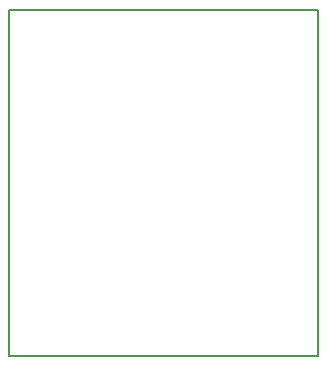
<source format=gm1>
G04 MADE WITH FRITZING*
G04 WWW.FRITZING.ORG*
G04 DOUBLE SIDED*
G04 HOLES PLATED*
G04 CONTOUR ON CENTER OF CONTOUR VECTOR*
%ASAXBY*%
%FSLAX23Y23*%
%MOIN*%
%OFA0B0*%
%SFA1.0B1.0*%
%ADD10R,1.038800X1.161380*%
%ADD11C,0.008000*%
%ADD10C,0.008*%
%LNCONTOUR*%
G90*
G70*
G54D10*
G54D11*
X4Y1157D02*
X1035Y1157D01*
X1035Y4D01*
X4Y4D01*
X4Y1157D01*
D02*
G04 End of contour*
M02*
</source>
